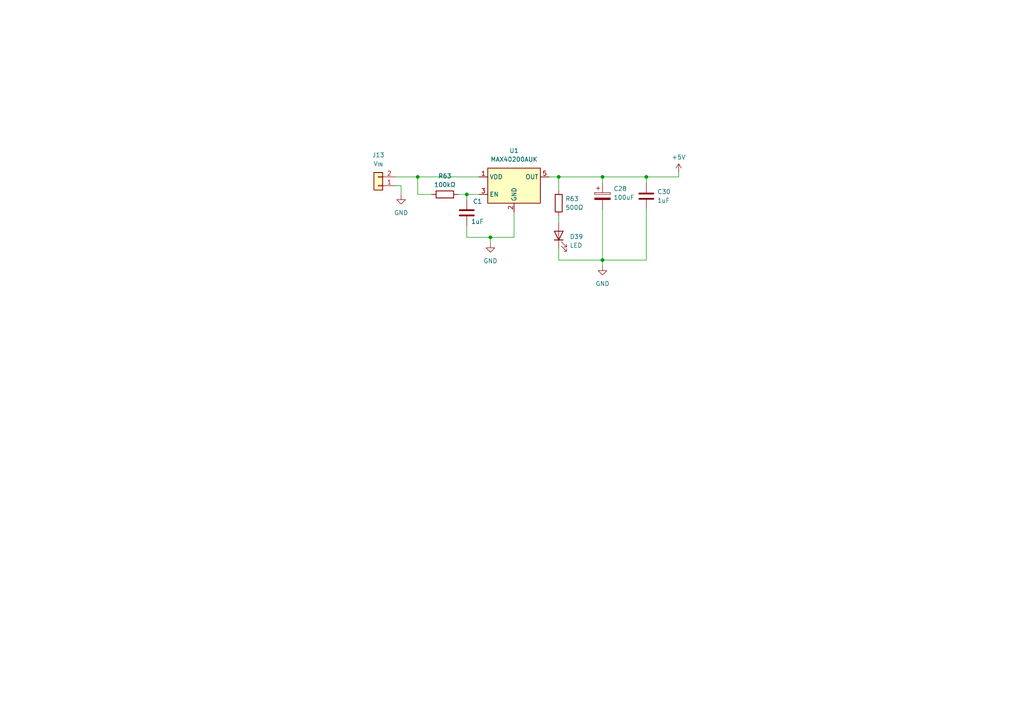
<source format=kicad_sch>
(kicad_sch (version 20230121) (generator eeschema)
  (paper "A4")
  (lib_symbols
    (symbol "Analog_Switch:MAX40200AUK"
      (property "Reference" "U" (at -6.35 6.35 0))
      (property "Value" "MAX40200AUK" (at 7.62 6.35 0))
      (symbol "MAX40200AUK_1_1"
        (rectangle (start -7.62 -5.08) (end 7.62 5.08) (stroke (width 0.254)) (fill (type background)))
        (pin power_in line (at -10.16 2.54 0) (length 2.54) (name "VDD") (number "1"))
        (pin power_in line (at 0 -7.62 90) (length 2.54) (name "GND") (number "2"))
        (pin input line (at -10.16 -2.54 0) (length 2.54) (name "EN") (number "3"))
        (pin no_connect line (at 7.62 -2.54 180) (length 2.54) hide (name "NC") (number "4"))
        (pin passive line (at 10.16 2.54 180) (length 2.54) (name "OUT") (number "5"))
      )
    )
    (symbol "Connector_Generic:Conn_01x02" (pin_names (offset 1.016) hide)
      (property "Reference" "J" (at 0 2.54 0))
      (property "Value" "Conn_01x02" (at 0 -5.08 0))
      (symbol "Conn_01x02_1_1"
        (rectangle (start -1.27 -2.413) (end 0 -2.667) (stroke (width 0.1524)))
        (rectangle (start -1.27 0.127) (end 0 -0.127) (stroke (width 0.1524)))
        (rectangle (start -1.27 1.27) (end 1.27 -3.81) (stroke (width 0.254)) (fill (type background)))
        (pin passive line (at -5.08 0 0) (length 3.81) (name "Pin_1") (number "1"))
        (pin passive line (at -5.08 -2.54 0) (length 3.81) (name "Pin_2") (number "2"))
      )
    )
    (symbol "Device:C" (pin_numbers hide) (pin_names (offset 0.254))
      (property "Reference" "C" (at 0.635 2.54 0))
      (property "Value" "C" (at 0.635 -2.54 0))
      (symbol "C_0_1"
        (polyline (pts (xy -2.032 -0.762) (xy 2.032 -0.762)) (stroke (width 0.508)))
        (polyline (pts (xy -2.032 0.762) (xy 2.032 0.762)) (stroke (width 0.508)))
      )
      (symbol "C_1_1"
        (pin passive line (at 0 3.81 270) (length 2.794) (name "~") (number "1"))
        (pin passive line (at 0 -3.81 90) (length 2.794) (name "~") (number "2"))
      )
    )
    (symbol "Device:C_Polarized" (pin_numbers hide) (pin_names (offset 0.254))
      (property "Reference" "C" (at 0.635 2.54 0))
      (property "Value" "C_Polarized" (at 0.635 -2.54 0))
      (symbol "C_Polarized_0_1"
        (rectangle (start -2.286 0.508) (end 2.286 1.016))
        (polyline (pts (xy -1.778 2.286) (xy -0.762 2.286)))
        (polyline (pts (xy -1.27 2.794) (xy -1.27 1.778)))
        (rectangle (start 2.286 -0.508) (end -2.286 -1.016) (fill (type outline)))
      )
      (symbol "C_Polarized_1_1"
        (pin passive line (at 0 3.81 270) (length 2.794) (name "~") (number "1"))
        (pin passive line (at 0 -3.81 90) (length 2.794) (name "~") (number "2"))
      )
    )
    (symbol "Device:LED" (pin_numbers hide) (pin_names (offset 1.016) hide)
      (property "Reference" "D" (at 0 2.54 0))
      (property "Value" "LED" (at 0 -2.54 0))
      (symbol "LED_0_1"
        (polyline (pts (xy -1.27 -1.27) (xy -1.27 1.27)) (stroke (width 0.254)))
        (polyline (pts (xy -1.27 0) (xy 1.27 0)))
        (polyline (pts (xy 1.27 -1.27) (xy 1.27 1.27) (xy -1.27 0) (xy 1.27 -1.27)) (stroke (width 0.254)))
        (polyline (pts (xy -3.048 -0.762) (xy -4.572 -2.286) (xy -3.81 -2.286) (xy -4.572 -2.286) (xy -4.572 -1.524)))
        (polyline (pts (xy -1.778 -0.762) (xy -3.302 -2.286) (xy -2.54 -2.286) (xy -3.302 -2.286) (xy -3.302 -1.524)))
      )
      (symbol "LED_1_1"
        (pin passive line (at -3.81 0 0) (length 2.54) (name "K") (number "1"))
        (pin passive line (at 3.81 0 180) (length 2.54) (name "A") (number "2"))
      )
    )
    (symbol "Device:R" (pin_numbers hide) (pin_names (offset 0))
      (property "Reference" "R" (at 2.032 0 90))
      (property "Value" "R" (at 0 0 90))
      (symbol "R_0_1"
        (rectangle (start -1.016 -2.54) (end 1.016 2.54) (stroke (width 0.254)))
      )
      (symbol "R_1_1"
        (pin passive line (at 0 3.81 270) (length 1.27) (name "~") (number "1"))
        (pin passive line (at 0 -3.81 90) (length 1.27) (name "~") (number "2"))
      )
    )
    (symbol "power:+5V" (power) (pin_names (offset 0))
      (property "Value" "+5V" (at 0 3.556 0))
      (symbol "+5V_0_1"
        (polyline (pts (xy -0.762 1.27) (xy 0 2.54)))
        (polyline (pts (xy 0 0) (xy 0 2.54)))
        (polyline (pts (xy 0 2.54) (xy 0.762 1.27)))
      )
      (symbol "+5V_1_1"
        (pin power_in line (at 0 0 90) (length 0) hide (name "+5V") (number "1"))
      )
    )
    (symbol "power:GND" (power) (pin_names (offset 0))
      (property "Value" "GND" (at 0 -3.81 0))
      (symbol "GND_0_1"
        (polyline (pts (xy 0 0) (xy 0 -1.27) (xy 1.27 -1.27) (xy 0 -2.54) (xy -1.27 -1.27) (xy 0 -1.27)))
      )
      (symbol "GND_1_1"
        (pin power_in line (at 0 0 270) (length 0) hide (name "GND") (number "1"))
      )
    )
  )
  (junction (at 135.382 56.388))
  (junction (at 174.752 75.438))
  (junction (at 174.752 51.308))
  (junction (at 162.052 51.308))
  (junction (at 142.24 68.834))
  (junction (at 121.158 51.308))
  (junction (at 187.452 51.308))
  (wire (pts (xy 162.052 51.308) (xy 162.052 55.118)))
  (wire (pts (xy 135.382 56.388) (xy 138.938 56.388)))
  (wire (pts (xy 174.752 60.706) (xy 174.752 75.438)))
  (wire (pts (xy 114.808 51.308) (xy 121.158 51.308)))
  (wire (pts (xy 142.24 68.834) (xy 135.382 68.834)))
  (wire (pts (xy 142.24 68.834) (xy 142.24 70.612)))
  (wire (pts (xy 187.452 51.308) (xy 174.752 51.308)))
  (wire (pts (xy 114.808 53.848) (xy 116.332 53.848)))
  (wire (pts (xy 121.158 51.308) (xy 121.158 56.388)))
  (wire (pts (xy 174.752 75.438) (xy 187.452 75.438)))
  (wire (pts (xy 196.85 51.308) (xy 187.452 51.308)))
  (wire (pts (xy 174.752 51.308) (xy 174.752 53.086)))
  (wire (pts (xy 174.752 75.438) (xy 174.752 77.216)))
  (wire (pts (xy 187.452 51.308) (xy 187.452 53.086)))
  (wire (pts (xy 162.052 51.308) (xy 174.752 51.308)))
  (wire (pts (xy 159.258 51.308) (xy 162.052 51.308)))
  (wire (pts (xy 196.85 50.038) (xy 196.85 51.308)))
  (wire (pts (xy 187.452 75.438) (xy 187.452 60.706)))
  (wire (pts (xy 142.24 68.834) (xy 149.098 68.834)))
  (wire (pts (xy 149.098 68.834) (xy 149.098 61.468)))
  (wire (pts (xy 162.052 75.438) (xy 174.752 75.438)))
  (wire (pts (xy 116.332 53.848) (xy 116.332 56.642)))
  (wire (pts (xy 162.052 62.738) (xy 162.052 64.516)))
  (wire (pts (xy 135.382 65.532) (xy 135.382 68.834)))
  (wire (pts (xy 121.158 51.308) (xy 138.938 51.308)))
  (wire (pts (xy 162.052 72.136) (xy 162.052 75.438)))
  (wire (pts (xy 125.222 56.388) (xy 121.158 56.388)))
  (wire (pts (xy 132.842 56.388) (xy 135.382 56.388)))
  (wire (pts (xy 135.382 56.388) (xy 135.382 57.912)))
  (symbol (lib_id "Device:C") (at 187.452 56.896 0) (unit 1)
    (property "Reference" "C30" (at 190.627 55.626 0) (effects (justify left)))
    (property "Value" "1uF" (at 190.627 58.166 0) (effects (justify left)))
    (property "Footprint" "Capacitor_SMD:C_0805_2012Metric" (effects hide))
  )
  (symbol (lib_id "Device:C_Polarized") (at 174.752 56.896 0) (unit 1)
    (property "Reference" "C28" (at 177.927 54.737 0) (effects (justify left)))
    (property "Value" "100uF" (at 177.927 57.277 0) (effects (justify left)))
    (property "Footprint" "Capacitor_SMD:CP_Elec_8x11.9" (effects hide))
  )
  (symbol (lib_id "power:GND") (at 174.752 77.216 0) (unit 1)
    (property "Reference" "#PWR0137" (effects hide))
    (property "Value" "GND" (at 174.752 82.296 0))
  )
  (symbol (lib_id "Connector_Generic:Conn_01x02") (at 109.728 53.848 180) (unit 1)
    (property "Reference" "J13" (at 109.728 44.958 0))
    (property "Value" "V_{IN}" (at 109.728 47.498 0))
    (property "Footprint" "Connector_PinHeader_2.54mm:PinHeader_1x02_P2.54mm_Vertical" (effects hide))
  )
  (symbol (lib_id "Device:R") (at 162.052 58.928 180) (unit 1)
    (property "Reference" "R63" (at 163.957 57.658 0) (effects (justify right)))
    (property "Value" "500Ω" (at 163.957 60.198 0) (effects (justify right)))
    (property "Footprint" "Resistor_SMD:R_0805_2012Metric" (effects hide))
    (instances (project "I2CMultiplexer" (path "" (reference "R63") (unit 1)) (path "" (reference "R57") (unit 1))))
  )
  (symbol (lib_id "power:GND") (at 142.24 70.612 0) (unit 1)
    (property "Reference" "#PWR01" (effects hide))
    (property "Value" "GND" (at 142.24 75.692 0))
  )
  (symbol (lib_id "power:+5V") (at 196.85 50.038 0) (unit 1)
    (property "Reference" "#PWR0139" (effects hide))
    (property "Value" "+5V" (at 196.85 45.593 0))
  )
  (symbol (lib_id "Analog_Switch:MAX40200AUK") (at 149.098 53.848 0) (unit 1)
    (property "Reference" "U1" (at 149.098 43.688 0))
    (property "Value" "MAX40200AUK" (at 149.098 46.228 0))
    (property "Footprint" "Package_TO_SOT_SMD:SOT-23-5" (effects hide))
    (property "Datasheet" "https://datasheets.maximintegrated.com/en/ds/MAX40200.pdf" (effects hide))
  )
  (symbol (lib_id "power:GND") (at 116.332 56.642 0) (unit 1)
    (property "Reference" "#PWR0134" (effects hide))
    (property "Value" "GND" (at 116.332 61.722 0))
  )
  (symbol (lib_id "Device:R") (at 129.032 56.388 270) (unit 1)
    (property "Reference" "R63" (at 129.032 51.054 90))
    (property "Value" "100kΩ" (at 129.032 53.594 90))
    (property "Footprint" "Resistor_SMD:R_0805_2012Metric" (effects hide))
    (instances (project "I2CMultiplexer" (path "" (reference "R63") (unit 1)) (path "" (reference "R1") (unit 1))))
  )
  (symbol (lib_id "Device:C") (at 135.382 61.722 0) (unit 1)
    (property "Reference" "C1" (at 137.16 58.42 0) (effects (justify left)))
    (property "Value" "1uF" (at 136.652 64.262 0) (effects (justify left)))
    (property "Footprint" "Capacitor_SMD:C_0805_2012Metric" (effects hide))
  )
  (symbol (lib_id "Device:LED") (at 162.052 68.326 90) (unit 1)
    (property "Reference" "D39" (at 165.227 68.6435 90) (effects (justify right)))
    (property "Value" "LED" (at 165.227 71.1835 90) (effects (justify right)))
    (property "Footprint" "LED_SMD:LED_0805_2012Metric" (effects hide))
  )
)
</source>
